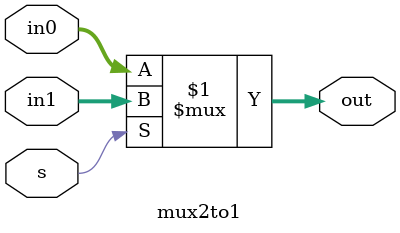
<source format=sv>
module mux2to1 (
    input logic[11:0] in1, in0, 
    input logic s,
    output logic [11:0] out
    );
    assign out = s ? in1 : in0;
endmodule
</source>
